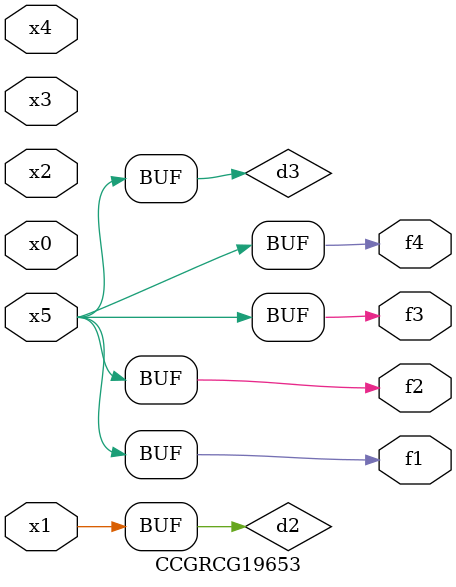
<source format=v>
module CCGRCG19653(
	input x0, x1, x2, x3, x4, x5,
	output f1, f2, f3, f4
);

	wire d1, d2, d3;

	not (d1, x5);
	or (d2, x1);
	xnor (d3, d1);
	assign f1 = d3;
	assign f2 = d3;
	assign f3 = d3;
	assign f4 = d3;
endmodule

</source>
